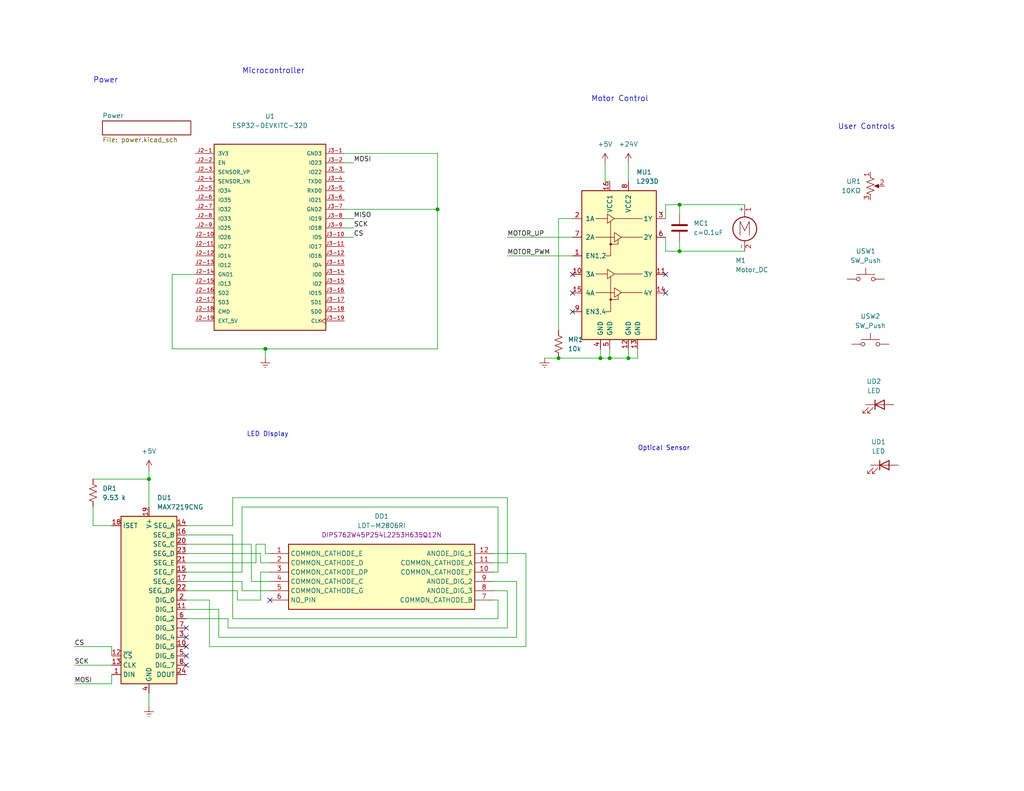
<source format=kicad_sch>
(kicad_sch (version 20231120) (generator "eeschema") (generator_version "8.0")
  (paper "USLetter")
  (title_block (title "Vibraphone Controller"))
  (lib_symbols
    (symbol "Device:C" (pin_numbers hide) (pin_names (offset 0.254))
      (property "Reference" "C" (at 0.635 2.54 0))
      (property "Value" "C" (at 0.635 -2.54 0))
      (symbol "C_0_1"
        (polyline (pts (xy -2.032 -0.762) (xy 2.032 -0.762)) (stroke (width 0.508)))
        (polyline (pts (xy -2.032 0.762) (xy 2.032 0.762)) (stroke (width 0.508)))
      )
      (symbol "C_1_1"
        (pin passive line (at 0 3.81 270) (length 2.794) (name "~") (number "1"))
        (pin passive line (at 0 -3.81 90) (length 2.794) (name "~") (number "2"))
      )
    )
    (symbol "Device:LED" (pin_numbers hide) (pin_names (offset 1.016) hide)
      (property "Reference" "D" (at 0 2.54 0))
      (property "Value" "LED" (at 0 -2.54 0))
      (symbol "LED_0_1"
        (polyline (pts (xy -1.27 -1.27) (xy -1.27 1.27)) (stroke (width 0.254)))
        (polyline (pts (xy -1.27 0) (xy 1.27 0)))
        (polyline (pts (xy 1.27 -1.27) (xy 1.27 1.27) (xy -1.27 0) (xy 1.27 -1.27)) (stroke (width 0.254)))
        (polyline (pts (xy -3.048 -0.762) (xy -4.572 -2.286) (xy -3.81 -2.286) (xy -4.572 -2.286) (xy -4.572 -1.524)))
        (polyline (pts (xy -1.778 -0.762) (xy -3.302 -2.286) (xy -2.54 -2.286) (xy -3.302 -2.286) (xy -3.302 -1.524)))
      )
      (symbol "LED_1_1"
        (pin passive line (at -3.81 0 0) (length 2.54) (name "K") (number "1"))
        (pin passive line (at 3.81 0 180) (length 2.54) (name "A") (number "2"))
      )
    )
    (symbol "Device:R_Potentiometer_US" (pin_names (offset 1.016) hide)
      (property "Reference" "RV" (at -4.445 0 90))
      (property "Value" "R_Potentiometer_US" (at -2.54 0 90))
      (symbol "R_Potentiometer_US_0_1"
        (polyline (pts (xy 0 -2.286) (xy 0 -2.54)))
        (polyline (pts (xy 0 2.54) (xy 0 2.286)))
        (polyline (pts (xy 2.54 0) (xy 1.524 0)))
        (polyline (pts (xy 1.143 0) (xy 2.286 0.508) (xy 2.286 -0.508) (xy 1.143 0)) (fill (type outline)))
        (polyline (pts (xy 0 -0.762) (xy 1.016 -1.143) (xy 0 -1.524) (xy -1.016 -1.905) (xy 0 -2.286)))
        (polyline (pts (xy 0 0.762) (xy 1.016 0.381) (xy 0 0) (xy -1.016 -0.381) (xy 0 -0.762)))
        (polyline (pts (xy 0 2.286) (xy 1.016 1.905) (xy 0 1.524) (xy -1.016 1.143) (xy 0 0.762)))
      )
      (symbol "R_Potentiometer_US_1_1"
        (pin passive line (at 0 3.81 270) (length 1.27) (name "1") (number "1"))
        (pin passive line (at 3.81 0 180) (length 1.27) (name "2") (number "2"))
        (pin passive line (at 0 -3.81 90) (length 1.27) (name "3") (number "3"))
      )
    )
    (symbol "Device:R_US" (pin_numbers hide) (pin_names (offset 0))
      (property "Reference" "R" (at 2.54 0 90))
      (property "Value" "R_US" (at -2.54 0 90))
      (symbol "R_US_0_1"
        (polyline (pts (xy 0 -2.286) (xy 0 -2.54)))
        (polyline (pts (xy 0 2.286) (xy 0 2.54)))
        (polyline (pts (xy 0 -0.762) (xy 1.016 -1.143) (xy 0 -1.524) (xy -1.016 -1.905) (xy 0 -2.286)))
        (polyline (pts (xy 0 0.762) (xy 1.016 0.381) (xy 0 0) (xy -1.016 -0.381) (xy 0 -0.762)))
        (polyline (pts (xy 0 2.286) (xy 1.016 1.905) (xy 0 1.524) (xy -1.016 1.143) (xy 0 0.762)))
      )
      (symbol "R_US_1_1"
        (pin passive line (at 0 3.81 270) (length 1.27) (name "~") (number "1"))
        (pin passive line (at 0 -3.81 90) (length 1.27) (name "~") (number "2"))
      )
    )
    (symbol "Driver_LED:MAX7221xNG"
      (property "Reference" "U" (at -6.35 24.13 0))
      (property "Value" "MAX7221xNG" (at 1.27 25.4 0))
      (symbol "MAX7221xNG_0_1"
        (rectangle (start -7.62 22.86) (end 7.62 -22.86) (stroke (width 0.254)) (fill (type background)))
      )
      (symbol "MAX7221xNG_1_1"
        (pin input line (at -10.16 -20.32 0) (length 2.54) (name "DIN") (number "1"))
        (pin open_collector line (at 10.16 -12.7 180) (length 2.54) (name "DIG_5") (number "10"))
        (pin open_collector line (at 10.16 -2.54 180) (length 2.54) (name "DIG_1") (number "11"))
        (pin input line (at -10.16 -15.24 0) (length 2.54) (name "~{CS}") (number "12"))
        (pin input line (at -10.16 -17.78 0) (length 2.54) (name "CLK") (number "13"))
        (pin open_emitter line (at 10.16 20.32 180) (length 2.54) (name "SEG_A") (number "14"))
        (pin open_emitter line (at 10.16 7.62 180) (length 2.54) (name "SEG_F") (number "15"))
        (pin open_emitter line (at 10.16 17.78 180) (length 2.54) (name "SEG_B") (number "16"))
        (pin open_emitter line (at 10.16 5.08 180) (length 2.54) (name "SEG_G") (number "17"))
        (pin input line (at -10.16 20.32 0) (length 2.54) (name "ISET") (number "18"))
        (pin power_in line (at 0 25.4 270) (length 2.54) (name "V+") (number "19"))
        (pin open_collector line (at 10.16 0 180) (length 2.54) (name "DIG_0") (number "2"))
        (pin open_emitter line (at 10.16 15.24 180) (length 2.54) (name "SEG_C") (number "20"))
        (pin open_emitter line (at 10.16 10.16 180) (length 2.54) (name "SEG_E") (number "21"))
        (pin open_emitter line (at 10.16 2.54 180) (length 2.54) (name "SEG_DP") (number "22"))
        (pin open_emitter line (at 10.16 12.7 180) (length 2.54) (name "SEG_D") (number "23"))
        (pin output line (at 10.16 -20.32 180) (length 2.54) (name "DOUT") (number "24"))
        (pin open_collector line (at 10.16 -10.16 180) (length 2.54) (name "DIG_4") (number "3"))
        (pin power_in line (at 0 -25.4 90) (length 2.54) (name "GND") (number "4"))
        (pin open_collector line (at 10.16 -15.24 180) (length 2.54) (name "DIG_6") (number "5"))
        (pin open_collector line (at 10.16 -5.08 180) (length 2.54) (name "DIG_2") (number "6"))
        (pin open_collector line (at 10.16 -7.62 180) (length 2.54) (name "DIG_3") (number "7"))
        (pin open_collector line (at 10.16 -17.78 180) (length 2.54) (name "DIG_7") (number "8"))
        (pin passive line (at 0 -25.4 90) (length 2.54) hide (name "GND") (number "9"))
      )
    )
    (symbol "Driver_Motor:L293D" (pin_names (offset 1.016))
      (property "Reference" "U" (at -5.08 26.035 0))
      (property "Value" "L293D" (at -5.08 24.13 0))
      (symbol "L293D_0_1"
        (rectangle (start -10.16 22.86) (end 10.16 -17.78) (stroke (width 0.254)) (fill (type background)))
        (circle (center -2.286 -6.858) (radius 0.254) (fill (type outline)))
        (circle (center -2.286 8.255) (radius 0.254) (fill (type outline)))
        (polyline (pts (xy -6.35 -4.953) (xy -1.27 -4.953)))
        (polyline (pts (xy -6.35 0.127) (xy -3.175 0.127)))
        (polyline (pts (xy -6.35 10.16) (xy -1.27 10.16)))
        (polyline (pts (xy -6.35 15.24) (xy -3.175 15.24)))
        (polyline (pts (xy -1.27 0.127) (xy 6.35 0.127)))
        (polyline (pts (xy -1.27 15.24) (xy 6.35 15.24)))
        (polyline (pts (xy 0.635 -4.953) (xy 6.35 -4.953)))
        (polyline (pts (xy 0.635 10.16) (xy 6.35 10.16)))
        (polyline (pts (xy -2.286 -6.858) (xy -0.254 -6.858) (xy -0.254 -5.588)))
        (polyline (pts (xy -2.286 -0.635) (xy -2.286 -10.16) (xy -3.556 -10.16)))
        (polyline (pts (xy -2.286 8.255) (xy -0.254 8.255) (xy -0.254 9.525)))
        (polyline (pts (xy -2.286 14.478) (xy -2.286 5.08) (xy -3.556 5.08)))
        (polyline (pts (xy -3.175 1.397) (xy -3.175 -1.143) (xy -1.27 0.127) (xy -3.175 1.397)))
        (polyline (pts (xy -3.175 16.51) (xy -3.175 13.97) (xy -1.27 15.24) (xy -3.175 16.51)))
        (polyline (pts (xy -1.27 -3.683) (xy -1.27 -6.223) (xy 0.635 -4.953) (xy -1.27 -3.683)))
        (polyline (pts (xy -1.27 11.43) (xy -1.27 8.89) (xy 0.635 10.16) (xy -1.27 11.43)))
      )
      (symbol "L293D_1_1"
        (pin input line (at -12.7 5.08 0) (length 2.54) (name "EN1,2") (number "1"))
        (pin input line (at -12.7 0 0) (length 2.54) (name "3A") (number "10"))
        (pin output line (at 12.7 0 180) (length 2.54) (name "3Y") (number "11"))
        (pin power_in line (at 2.54 -20.32 90) (length 2.54) (name "GND") (number "12"))
        (pin power_in line (at 5.08 -20.32 90) (length 2.54) (name "GND") (number "13"))
        (pin output line (at 12.7 -5.08 180) (length 2.54) (name "4Y") (number "14"))
        (pin input line (at -12.7 -5.08 0) (length 2.54) (name "4A") (number "15"))
        (pin power_in line (at -2.54 25.4 270) (length 2.54) (name "VCC1") (number "16"))
        (pin input line (at -12.7 15.24 0) (length 2.54) (name "1A") (number "2"))
        (pin output line (at 12.7 15.24 180) (length 2.54) (name "1Y") (number "3"))
        (pin power_in line (at -5.08 -20.32 90) (length 2.54) (name "GND") (number "4"))
        (pin power_in line (at -2.54 -20.32 90) (length 2.54) (name "GND") (number "5"))
        (pin output line (at 12.7 10.16 180) (length 2.54) (name "2Y") (number "6"))
        (pin input line (at -12.7 10.16 0) (length 2.54) (name "2A") (number "7"))
        (pin power_in line (at 2.54 25.4 270) (length 2.54) (name "VCC2") (number "8"))
        (pin input line (at -12.7 -10.16 0) (length 2.54) (name "EN3,4") (number "9"))
      )
    )
    (symbol "ESP32-DEVKITC-32D:ESP32-DEVKITC-32D" (pin_names (offset 1.016))
      (property "Reference" "U" (at -15.2572 26.0643 0))
      (property "Value" "ESP32-DEVKITC-32D" (at -15.2563 -27.9698 0))
      (symbol "ESP32-DEVKITC-32D_0_0"
        (rectangle (start -15.24 -25.4) (end 15.24 25.4) (stroke (width 0.254)) (fill (type background)))
        (pin power_in line (at -20.32 22.86 0) (length 5.08) (name "3V3") (number "J2-1"))
        (pin bidirectional line (at -20.32 0 0) (length 5.08) (name "IO26") (number "J2-10"))
        (pin bidirectional line (at -20.32 -2.54 0) (length 5.08) (name "IO27") (number "J2-11"))
        (pin bidirectional line (at -20.32 -5.08 0) (length 5.08) (name "IO14") (number "J2-12"))
        (pin bidirectional line (at -20.32 -7.62 0) (length 5.08) (name "IO12") (number "J2-13"))
        (pin power_in line (at -20.32 -10.16 0) (length 5.08) (name "GND1") (number "J2-14"))
        (pin bidirectional line (at -20.32 -12.7 0) (length 5.08) (name "IO13") (number "J2-15"))
        (pin bidirectional line (at -20.32 -15.24 0) (length 5.08) (name "SD2") (number "J2-16"))
        (pin bidirectional line (at -20.32 -17.78 0) (length 5.08) (name "SD3") (number "J2-17"))
        (pin bidirectional line (at -20.32 -20.32 0) (length 5.08) (name "CMD") (number "J2-18"))
        (pin power_in line (at -20.32 -22.86 0) (length 5.08) (name "EXT_5V") (number "J2-19"))
        (pin input line (at -20.32 20.32 0) (length 5.08) (name "EN") (number "J2-2"))
        (pin input line (at -20.32 17.78 0) (length 5.08) (name "SENSOR_VP") (number "J2-3"))
        (pin input line (at -20.32 15.24 0) (length 5.08) (name "SENSOR_VN") (number "J2-4"))
        (pin bidirectional line (at -20.32 12.7 0) (length 5.08) (name "IO34") (number "J2-5"))
        (pin bidirectional line (at -20.32 10.16 0) (length 5.08) (name "IO35") (number "J2-6"))
        (pin bidirectional line (at -20.32 7.62 0) (length 5.08) (name "IO32") (number "J2-7"))
        (pin bidirectional line (at -20.32 5.08 0) (length 5.08) (name "IO33") (number "J2-8"))
        (pin bidirectional line (at -20.32 2.54 0) (length 5.08) (name "IO25") (number "J2-9"))
        (pin power_in line (at 20.32 22.86 180) (length 5.08) (name "GND3") (number "J3-1"))
        (pin bidirectional line (at 20.32 0 180) (length 5.08) (name "IO5") (number "J3-10"))
        (pin bidirectional line (at 20.32 -2.54 180) (length 5.08) (name "IO17") (number "J3-11"))
        (pin bidirectional line (at 20.32 -5.08 180) (length 5.08) (name "IO16") (number "J3-12"))
        (pin bidirectional line (at 20.32 -7.62 180) (length 5.08) (name "IO4") (number "J3-13"))
        (pin bidirectional line (at 20.32 -10.16 180) (length 5.08) (name "IO0") (number "J3-14"))
        (pin bidirectional line (at 20.32 -12.7 180) (length 5.08) (name "IO2") (number "J3-15"))
        (pin bidirectional line (at 20.32 -15.24 180) (length 5.08) (name "IO15") (number "J3-16"))
        (pin bidirectional line (at 20.32 -17.78 180) (length 5.08) (name "SD1") (number "J3-17"))
        (pin bidirectional line (at 20.32 -20.32 180) (length 5.08) (name "SD0") (number "J3-18"))
        (pin input clock (at 20.32 -22.86 180) (length 5.08) (name "CLK") (number "J3-19"))
        (pin bidirectional line (at 20.32 20.32 180) (length 5.08) (name "IO23") (number "J3-2"))
        (pin bidirectional line (at 20.32 17.78 180) (length 5.08) (name "IO22") (number "J3-3"))
        (pin output line (at 20.32 15.24 180) (length 5.08) (name "TXD0") (number "J3-4"))
        (pin input line (at 20.32 12.7 180) (length 5.08) (name "RXD0") (number "J3-5"))
        (pin bidirectional line (at 20.32 10.16 180) (length 5.08) (name "IO21") (number "J3-6"))
        (pin power_in line (at 20.32 7.62 180) (length 5.08) (name "GND2") (number "J3-7"))
        (pin bidirectional line (at 20.32 5.08 180) (length 5.08) (name "IO19") (number "J3-8"))
        (pin bidirectional line (at 20.32 2.54 180) (length 5.08) (name "IO18") (number "J3-9"))
      )
    )
    (symbol "LDT-M2806RI:LDT-M2806RI"
      (property "Reference" "DS" (at 57.15 7.62 0))
      (property "Value" "LDT-M2806RI" (at 57.15 5.08 0))
      (symbol "LDT-M2806RI_1_1"
        (rectangle (start 5.08 2.54) (end 55.88 -15.24) (stroke (width 0.254)) (fill (type background)))
        (pin passive line (at 0 0 0) (length 5.08) (name "COMMON_CATHODE_E") (number "1"))
        (pin passive line (at 60.96 -5.08 180) (length 5.08) (name "COMMON_CATHODE_F") (number "10"))
        (pin passive line (at 60.96 -2.54 180) (length 5.08) (name "COMMON_CATHODE_A") (number "11"))
        (pin passive line (at 60.96 0 180) (length 5.08) (name "ANODE_DIG_1") (number "12"))
        (pin passive line (at 0 -2.54 0) (length 5.08) (name "COMMON_CATHODE_D") (number "2"))
        (pin passive line (at 0 -5.08 0) (length 5.08) (name "COMMON_CATHODE_DP") (number "3"))
        (pin passive line (at 0 -7.62 0) (length 5.08) (name "COMMON_CATHODE_C") (number "4"))
        (pin passive line (at 0 -10.16 0) (length 5.08) (name "COMMON_CATHODE_G") (number "5"))
        (pin passive line (at 0 -12.7 0) (length 5.08) (name "NO_PIN") (number "6"))
        (pin passive line (at 60.96 -12.7 180) (length 5.08) (name "COMMON_CATHODE_B") (number "7"))
        (pin passive line (at 60.96 -10.16 180) (length 5.08) (name "ANODE_DIG_3") (number "8"))
        (pin passive line (at 60.96 -7.62 180) (length 5.08) (name "ANODE_DIG_2") (number "9"))
      )
    )
    (symbol "Motor:Motor_DC" (pin_names (offset 0))
      (property "Reference" "M" (at 2.54 2.54 0))
      (property "Value" "Motor_DC" (at 2.54 -5.08 0))
      (symbol "Motor_DC_0_0"
        (polyline (pts (xy -1.27 -3.302) (xy -1.27 0.508) (xy 0 -2.032) (xy 1.27 0.508) (xy 1.27 -3.302)))
      )
      (symbol "Motor_DC_0_1"
        (circle (center 0 -1.524) (radius 3.2512) (stroke (width 0.254)))
        (polyline (pts (xy 0 -7.62) (xy 0 -7.112)))
        (polyline (pts (xy 0 -4.7752) (xy 0 -5.1816)))
        (polyline (pts (xy 0 1.7272) (xy 0 2.0828)))
        (polyline (pts (xy 0 2.032) (xy 0 2.54)))
      )
      (symbol "Motor_DC_1_1"
        (pin passive line (at 0 5.08 270) (length 2.54) (name "+") (number "1"))
        (pin passive line (at 0 -7.62 90) (length 2.54) (name "-") (number "2"))
      )
    )
    (symbol "Switch:SW_Push" (pin_numbers hide) (pin_names (offset 1.016) hide)
      (property "Reference" "SW" (at 1.27 2.54 0))
      (property "Value" "SW_Push" (at 0 -1.524 0))
      (symbol "SW_Push_0_1"
        (circle (center -2.032 0) (radius 0.508))
        (polyline (pts (xy 0 1.27) (xy 0 3.048)))
        (polyline (pts (xy 2.54 1.27) (xy -2.54 1.27)))
        (circle (center 2.032 0) (radius 0.508))
        (pin passive line (at -5.08 0 0) (length 2.54) (name "1") (number "1"))
        (pin passive line (at 5.08 0 180) (length 2.54) (name "2") (number "2"))
      )
    )
    (symbol "power:+24V" (power) (pin_names (offset 0))
      (property "Value" "+24V" (at 0 3.556 0))
      (symbol "+24V_0_1"
        (polyline (pts (xy -0.762 1.27) (xy 0 2.54)))
        (polyline (pts (xy 0 0) (xy 0 2.54)))
        (polyline (pts (xy 0 2.54) (xy 0.762 1.27)))
      )
      (symbol "+24V_1_1"
        (pin power_in line (at 0 0 90) (length 0) hide (name "+24V") (number "1"))
      )
    )
    (symbol "power:+5V" (power) (pin_names (offset 0))
      (property "Value" "+5V" (at 0 3.556 0))
      (symbol "+5V_0_1"
        (polyline (pts (xy -0.762 1.27) (xy 0 2.54)))
        (polyline (pts (xy 0 0) (xy 0 2.54)))
        (polyline (pts (xy 0 2.54) (xy 0.762 1.27)))
      )
      (symbol "+5V_1_1"
        (pin power_in line (at 0 0 90) (length 0) hide (name "+5V") (number "1"))
      )
    )
    (symbol "power:Earth" (power) (pin_names (offset 0))
      (symbol "Earth_0_1"
        (polyline (pts (xy -0.635 -1.905) (xy 0.635 -1.905)))
        (polyline (pts (xy -0.127 -2.54) (xy 0.127 -2.54)))
        (polyline (pts (xy 0 -1.27) (xy 0 0)))
        (polyline (pts (xy 1.27 -1.27) (xy -1.27 -1.27)))
      )
      (symbol "Earth_1_1"
        (pin power_in line (at 0 0 270) (length 0) hide (name "Earth") (number "1"))
      )
    )
  )
  (junction (at 185.42 55.88))
  (junction (at 72.39 95.25))
  (junction (at 171.45 97.79))
  (junction (at 185.42 68.58))
  (junction (at 40.64 130.81))
  (junction (at 119.38 57.15))
  (junction (at 152.4 97.79))
  (junction (at 163.83 97.79))
  (junction (at 166.37 97.79))
  (no_connect (at 50.8 181.61))
  (no_connect (at 181.61 74.93))
  (no_connect (at 73.66 163.83))
  (no_connect (at 50.8 179.07))
  (no_connect (at 50.8 173.99))
  (no_connect (at 50.8 171.45))
  (no_connect (at 50.8 176.53))
  (no_connect (at 156.21 85.09))
  (no_connect (at 156.21 74.93))
  (no_connect (at 181.61 80.01))
  (no_connect (at 156.21 80.01))
  (wire (pts (xy 62.23 171.45) (xy 138.43 171.45)))
  (wire (pts (xy 50.8 168.91) (xy 62.23 168.91)))
  (wire (pts (xy 72.39 95.25) (xy 72.39 97.79)))
  (wire (pts (xy 165.1 44.45) (xy 165.1 49.53)))
  (wire (pts (xy 185.42 55.88) (xy 185.42 58.42)))
  (wire (pts (xy 138.43 69.85) (xy 156.21 69.85)))
  (wire (pts (xy 40.64 189.23) (xy 40.64 193.04)))
  (wire (pts (xy 93.98 41.91) (xy 119.38 41.91)))
  (wire (pts (xy 73.66 153.67) (xy 71.12 153.67)))
  (wire (pts (xy 46.99 74.93) (xy 46.99 95.25)))
  (wire (pts (xy 152.4 59.69) (xy 152.4 90.17)))
  (wire (pts (xy 156.21 59.69) (xy 152.4 59.69)))
  (wire (pts (xy 135.89 138.43) (xy 135.89 156.21)))
  (wire (pts (xy 152.4 97.79) (xy 163.83 97.79)))
  (wire (pts (xy 138.43 64.77) (xy 156.21 64.77)))
  (wire (pts (xy 40.64 128.27) (xy 40.64 130.81)))
  (wire (pts (xy 119.38 57.15) (xy 119.38 95.25)))
  (wire (pts (xy 50.8 146.05) (xy 63.5 146.05)))
  (wire (pts (xy 166.37 95.25) (xy 166.37 97.79)))
  (wire (pts (xy 57.15 176.53) (xy 143.51 176.53)))
  (wire (pts (xy 71.12 153.67) (xy 71.12 151.13)))
  (wire (pts (xy 386.08 177.8) (xy 386.08 172.72)))
  (wire (pts (xy 20.32 176.53) (xy 30.48 176.53)))
  (wire (pts (xy 50.8 143.51) (xy 63.5 143.51)))
  (wire (pts (xy 66.04 156.21) (xy 66.04 138.43)))
  (wire (pts (xy 68.58 148.59) (xy 68.58 158.75)))
  (wire (pts (xy 143.51 176.53) (xy 143.51 151.13)))
  (wire (pts (xy 20.32 181.61) (xy 30.48 181.61)))
  (wire (pts (xy 25.4 138.43) (xy 25.4 143.51)))
  (wire (pts (xy 185.42 55.88) (xy 181.61 55.88)))
  (wire (pts (xy 181.61 55.88) (xy 181.61 59.69)))
  (wire (pts (xy 173.99 95.25) (xy 173.99 97.79)))
  (wire (pts (xy 166.37 97.79) (xy 171.45 97.79)))
  (wire (pts (xy 138.43 161.29) (xy 134.62 161.29)))
  (wire (pts (xy 66.04 158.75) (xy 66.04 161.29)))
  (wire (pts (xy 63.5 146.05) (xy 63.5 168.91)))
  (wire (pts (xy 165.1 49.53) (xy 166.37 49.53)))
  (wire (pts (xy 138.43 161.29) (xy 138.43 171.45)))
  (wire (pts (xy 20.32 186.69) (xy 30.48 186.69)))
  (wire (pts (xy 163.83 95.25) (xy 163.83 97.79)))
  (wire (pts (xy 71.12 163.83) (xy 71.12 156.21)))
  (wire (pts (xy 152.4 97.79) (xy 148.59 97.79)))
  (wire (pts (xy 50.8 153.67) (xy 69.85 153.67)))
  (wire (pts (xy 181.61 68.58) (xy 181.61 64.77)))
  (wire (pts (xy 63.5 143.51) (xy 63.5 135.89)))
  (wire (pts (xy 72.39 148.59) (xy 72.39 151.13)))
  (wire (pts (xy 25.4 130.81) (xy 40.64 130.81)))
  (wire (pts (xy 69.85 153.67) (xy 69.85 148.59)))
  (wire (pts (xy 66.04 161.29) (xy 73.66 161.29)))
  (wire (pts (xy 50.8 161.29) (xy 64.77 161.29)))
  (wire (pts (xy 143.51 151.13) (xy 134.62 151.13)))
  (wire (pts (xy 93.98 64.77) (xy 96.52 64.77)))
  (wire (pts (xy 72.39 151.13) (xy 73.66 151.13)))
  (wire (pts (xy 173.99 97.79) (xy 171.45 97.79)))
  (wire (pts (xy 46.99 74.93) (xy 53.34 74.93)))
  (wire (pts (xy 134.62 156.21) (xy 135.89 156.21)))
  (wire (pts (xy 30.48 184.15) (xy 30.48 186.69)))
  (wire (pts (xy 50.8 158.75) (xy 66.04 158.75)))
  (wire (pts (xy 134.62 153.67) (xy 138.43 153.67)))
  (wire (pts (xy 63.5 168.91) (xy 135.89 168.91)))
  (wire (pts (xy 50.8 166.37) (xy 59.69 166.37)))
  (wire (pts (xy 163.83 97.79) (xy 166.37 97.79)))
  (wire (pts (xy 138.43 135.89) (xy 138.43 153.67)))
  (wire (pts (xy 50.8 148.59) (xy 68.58 148.59)))
  (wire (pts (xy 185.42 55.88) (xy 203.2 55.88)))
  (wire (pts (xy 171.45 95.25) (xy 171.45 97.79)))
  (wire (pts (xy 50.8 163.83) (xy 57.15 163.83)))
  (wire (pts (xy 71.12 151.13) (xy 50.8 151.13)))
  (wire (pts (xy 63.5 135.89) (xy 138.43 135.89)))
  (wire (pts (xy 93.98 59.69) (xy 96.52 59.69)))
  (wire (pts (xy 57.15 163.83) (xy 57.15 176.53)))
  (wire (pts (xy 66.04 138.43) (xy 135.89 138.43)))
  (wire (pts (xy 68.58 158.75) (xy 73.66 158.75)))
  (wire (pts (xy 64.77 163.83) (xy 71.12 163.83)))
  (wire (pts (xy 93.98 57.15) (xy 119.38 57.15)))
  (wire (pts (xy 171.45 44.45) (xy 171.45 49.53)))
  (wire (pts (xy 62.23 168.91) (xy 62.23 171.45)))
  (wire (pts (xy 135.89 163.83) (xy 134.62 163.83)))
  (wire (pts (xy 72.39 95.25) (xy 119.38 95.25)))
  (wire (pts (xy 185.42 68.58) (xy 181.61 68.58)))
  (wire (pts (xy 134.62 158.75) (xy 140.97 158.75)))
  (wire (pts (xy 64.77 161.29) (xy 64.77 163.83)))
  (wire (pts (xy 185.42 68.58) (xy 203.2 68.58)))
  (wire (pts (xy 135.89 168.91) (xy 135.89 163.83)))
  (wire (pts (xy 185.42 66.04) (xy 185.42 68.58)))
  (wire (pts (xy 59.69 166.37) (xy 59.69 173.99)))
  (wire (pts (xy 40.64 130.81) (xy 40.64 138.43)))
  (wire (pts (xy 71.12 156.21) (xy 73.66 156.21)))
  (wire (pts (xy 93.98 44.45) (xy 96.52 44.45)))
  (wire (pts (xy 140.97 173.99) (xy 140.97 158.75)))
  (wire (pts (xy 46.99 95.25) (xy 72.39 95.25)))
  (wire (pts (xy 25.4 143.51) (xy 30.48 143.51)))
  (wire (pts (xy 30.48 179.07) (xy 30.48 176.53)))
  (wire (pts (xy 59.69 173.99) (xy 140.97 173.99)))
  (wire (pts (xy 119.38 41.91) (xy 119.38 57.15)))
  (wire (pts (xy 69.85 148.59) (xy 72.39 148.59)))
  (wire (pts (xy 93.98 62.23) (xy 96.52 62.23)))
  (wire (pts (xy 50.8 156.21) (xy 66.04 156.21)))
  (text "LED DIsplay" (at 67.31 119.38 0) (effects (font (size 1.27 1.27)) (justify left bottom)))
  (text "Power" (at 25.4 22.86 0) (effects (font (size 1.5 1.5)) (justify left bottom)))
  (text "Microcontroller" (at 66.04 20.32 0) (effects (font (size 1.5 1.5)) (justify left bottom)))
  (text "Motor Control" (at 161.29 27.94 0) (effects (font (size 1.5 1.5)) (justify left bottom)))
  (text "Optical Sensor" (at 173.99 123.19 0) (effects (font (size 1.27 1.27)) (justify left bottom)))
  (text "User Controls" (at 228.6 35.56 0) (effects (font (size 1.5 1.5)) (justify left bottom)))
  (label "MOSI" (at 20.32 186.69 0))
  (label "SCK" (at 96.52 62.23 0))
  (label "MOTOR_UP" (at 138.43 64.77 0))
  (label "CS" (at 20.32 176.53 0))
  (label "MOTOR_PWM" (at 138.43 69.85 0))
  (label "MOSI" (at 96.52 44.45 0))
  (label "MISO" (at 96.52 59.69 0))
  (label "CS" (at 96.52 64.77 0))
  (label "SCK" (at 20.32 181.61 0))
  (symbol (lib_id "power:Earth") (at 40.64 193.04 0) (unit 1)
    (property "Reference" "#PWR01" (effects (hide yes)))
    (property "Value" "Earth" (effects (hide yes)))
  )
  (symbol (lib_id "power:Earth") (at 148.59 97.79 0) (unit 1)
    (property "Reference" "#PWR04" (effects (hide yes)))
    (property "Value" "Earth" (effects (hide yes)))
  )
  (symbol (lib_id "ESP32-DEVKITC-32D:ESP32-DEVKITC-32D") (at 73.66 64.77 0) (unit 1)
    (property "Reference" "U1" (at 73.66 31.75 0))
    (property "Value" "ESP32-DEVKITC-32D" (at 73.66 34.29 0))
    (property "Footprint" "ESP32-DEVKITC-32D:MODULE_ESP32-DEVKITC-32D" (effects (hide yes)))
    (property "Datasheet" "https://fccid.io/2A4RQ-ESP32/User-Manual/Users-Manual-5713740.pdf" (effects (hide yes)))
    (property "Description" "\nWiFi Development Tools (802.11) ESP32 General Development Kit, ESP32-WROOM-32D on the board\n" (effects (hide yes)))
    (property "MF" "Espressif Systems" (effects (hide yes)))
    (property "MAXIMUM_PACKAGE_HEIGHT" "N/A" (effects (hide yes)))
    (property "Package" "None" (effects (hide yes)))
    (property "Price" "None" (effects (hide yes)))
    (property "Check_prices" "https://www.snapeda.com/parts/ESP32-DEVKITC-32D/Espressif+Systems/view-part/?ref=eda" (effects (hide yes)))
    (property "STANDARD" "Manufacturer Recommendations" (effects (hide yes)))
    (property "PARTREV" "V4" (effects (hide yes)))
    (property "SnapEDA_Link" "https://www.snapeda.com/parts/ESP32-DEVKITC-32D/Espressif+Systems/view-part/?ref=snap" (effects (hide yes)))
    (property "MP" "ESP32-DEVKITC-32D" (effects (hide yes)))
    (property "Purchase-URL" "https://www.snapeda.com/api/url_track_click_mouser/?unipart_id=2777395&manufacturer=Espressif Systems&part_name=ESP32-DEVKITC-32D&search_term=None" (effects (hide yes)))
    (property "MANUFACTURER" "Espressif Systems" (effects (hide yes)))
    (property "Availability" "In Stock" (effects (hide yes)))
    (property "SNAPEDA_PN" "ESP32-DEVKITC-32D" (effects (hide yes)))
  )
  (symbol (lib_id "Switch:SW_Push") (at 236.22 76.2 0) (unit 1)
    (property "Reference" "USW1" (at 236.22 68.58 0))
    (property "Value" "SW_Push" (at 236.22 71.12 0))
  )
  (symbol (lib_id "Device:R_US") (at 152.4 93.98 0) (unit 1)
    (property "Reference" "MR1" (at 154.94 92.71 0) (effects (justify left)))
    (property "Value" "10k" (at 154.94 95.25 0) (effects (justify left)))
  )
  (symbol (lib_id "LDT-M2806RI:LDT-M2806RI") (at 73.66 151.13 0) (unit 1)
    (property "Reference" "DD1" (at 104.14 140.97 0))
    (property "Value" "LDT-M2806RI" (at 104.14 143.51 0))
    (property "Footprint" "DIPS762W45P254L2253H635Q12N" (at 104.14 146.05 0))
    (property "Datasheet" "https://mouser.componentsearchengine.com/Datasheets/5/LDT-M2806RI.pdf" (effects (hide yes)))
    (property "Height" "6.35" (effects (hide yes)))
    (property "Manufacturer_Name" "Lumex" (effects (hide yes)))
    (property "Manufacturer_Part_Number" "LDT-M2806RI" (effects (hide yes)))
    (property "Mouser Part Number" "696-LDT-M2806RI" (effects (hide yes)))
    (property "Mouser Price/Stock" "https://www.mouser.co.uk/ProductDetail/Lumex/LDT-M2806RI?qs=P2CO9%252Bg33ZsJUBmjFk6Utw%3D%3D" (effects (hide yes)))
    (property "Arrow Part Number" "LDT-M2806RI" (effects (hide yes)))
    (property "Arrow Price/Stock" "https://www.arrow.com/en/products/ldt-m2806ri/lumex?region=nac" (effects (hide yes)))
  )
  (symbol (lib_id "power:+24V") (at 171.45 44.45 0) (unit 1)
    (property "Reference" "#PWR03" (effects (hide yes)))
    (property "Value" "+24V" (at 171.45 39.37 0))
  )
  (symbol (lib_id "power:+5V") (at 165.1 44.45 0) (unit 1)
    (property "Reference" "#PWR05" (effects (hide yes)))
    (property "Value" "+5V" (at 165.1 39.37 0))
  )
  (symbol (lib_id "Driver_Motor:L293D") (at 168.91 74.93 0) (unit 1)
    (property "Reference" "MU1" (at 173.6441 46.99 0) (effects (justify left)))
    (property "Value" "L293D" (at 173.6441 49.53 0) (effects (justify left)))
    (property "Footprint" "Package_DIP:DIP-16_W7.62mm" (effects (hide yes)))
    (property "Datasheet" "http://www.ti.com/lit/ds/symlink/l293.pdf" (effects (hide yes)))
  )
  (symbol (lib_id "Motor:Motor_DC") (at 203.2 60.96 0) (unit 1)
    (property "Reference" "M1" (at 200.66 71.12 0) (effects (justify left)))
    (property "Value" "Motor_DC" (at 200.66 73.66 0) (effects (justify left)))
  )
  (symbol (lib_id "Device:R_Potentiometer_US") (at 237.49 50.8 0) (unit 1)
    (property "Reference" "UR1" (at 234.95 49.53 0) (effects (justify right)))
    (property "Value" "10KΩ" (at 234.95 52.07 0) (effects (justify right)))
    (property "Sim.Device" "R" (effects (hide yes)))
    (property "Sim.Type" "POT" (effects (hide yes)))
    (property "Sim.Pins" "1=r0 2=wiper 3=r1" (effects (hide yes)))
  )
  (symbol (lib_id "Device:C") (at 185.42 62.23 0) (unit 1)
    (property "Reference" "MC1" (at 189.23 60.96 0) (effects (justify left)))
    (property "Value" "${SIM.PARAMS}" (at 189.23 63.5 0) (effects (justify left)))
    (property "Sim.Device" "C" (effects (hide yes)))
    (property "Sim.Type" "=" (effects (hide yes)))
    (property "Sim.Params" "c=0.1uF" (effects (hide yes)))
    (property "Sim.Pins" "1=+ 2=-" (effects (hide yes)))
  )
  (symbol (lib_id "Device:LED") (at 241.3 127 0) (unit 1)
    (property "Reference" "UD1" (at 239.7125 120.65 0))
    (property "Value" "LED" (at 239.7125 123.19 0))
  )
  (symbol (lib_id "Driver_LED:MAX7221xNG") (at 40.64 163.83 0) (unit 1)
    (property "Reference" "DU1" (at 42.8341 135.89 0) (effects (justify left)))
    (property "Value" "MAX7219CNG" (at 42.8341 138.43 0) (effects (justify left)))
    (property "Footprint" "Package_DIP:DIP-24_W7.62mm" (effects (hide yes)))
    (property "Datasheet" "https://datasheets.maximintegrated.com/en/ds/MAX7219-MAX7221.pdf" (effects (hide yes)))
  )
  (symbol (lib_id "Switch:SW_Push") (at 237.49 93.98 0) (unit 1)
    (property "Reference" "USW2" (at 237.49 86.36 0))
    (property "Value" "SW_Push" (at 237.49 88.9 0))
  )
  (symbol (lib_id "Device:R_US") (at 25.4 134.62 0) (unit 1)
    (property "Reference" "DR1" (at 27.94 133.35 0) (effects (justify left)))
    (property "Value" "9.53 k" (at 27.94 135.89 0) (effects (justify left)))
  )
  (symbol (lib_id "power:+5V") (at 40.64 128.27 0) (unit 1)
    (property "Reference" "#PWR06" (effects (hide yes)))
    (property "Value" "+5V" (at 40.64 123.19 0))
  )
  (symbol (lib_id "power:Earth") (at 72.39 97.79 0) (unit 1)
    (property "Reference" "#PWR02" (effects (hide yes)))
    (property "Value" "Earth" (effects (hide yes)))
  )
  (symbol (lib_id "Device:LED") (at 240.03 110.49 0) (unit 1)
    (property "Reference" "UD2" (at 238.4425 104.14 0))
    (property "Value" "LED" (at 238.4425 106.68 0))
  )
  (sheet (at 27.94 33.02) (size 24.13 3.81) (stroke (width 0.1524))
    (property "Sheetname" "Power" (at 27.94 32.3084 0) (effects (justify left bottom)))
    (property "Sheetfile" "power.kicad_sch" (at 27.94 37.4146 0) (effects (justify left top)))
  )
)
</source>
